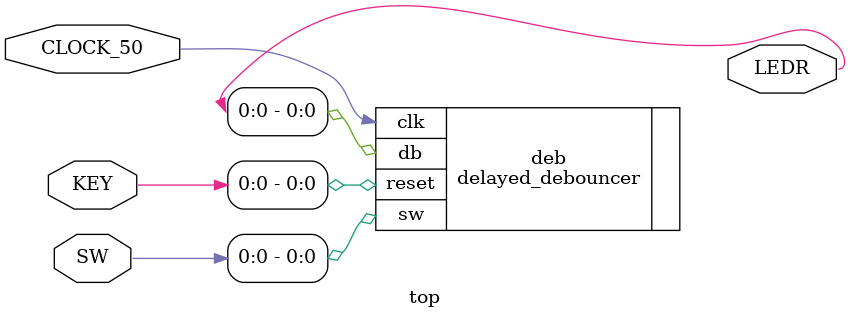
<source format=sv>
`timescale 1ns / 1ps


module top(
    input logic [9:0]SW,
    input logic [3:0]KEY,
    input logic CLOCK_50,
    output logic [9:0]LEDR
);

delayed_debouncer deb(.sw(SW[0]), .reset(KEY[0]), .clk(CLOCK_50), .db(LEDR[0]));


endmodule
</source>
